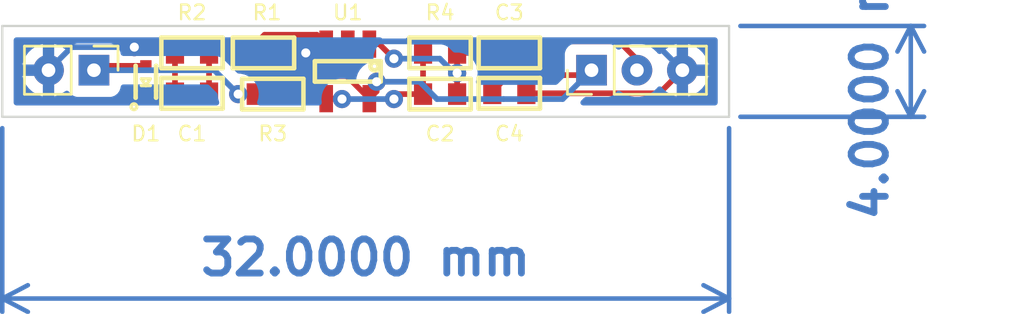
<source format=kicad_pcb>
(kicad_pcb (version 20221018) (generator pcbnew)
  (title_block (title "Piezo-pickup impedance converter") (date "2023-11-08") (company "Thiadmer Riemersma"))
  (layers (0 "F.Cu" signal) (31 "B.Cu" signal) (34 "B.Paste" user) (35 "F.Paste" user) (36 "B.SilkS" user "B.Silkscreen") (37 "F.SilkS" user "F.Silkscreen") (38 "B.Mask" user) (39 "F.Mask" user) (44 "Edge.Cuts" user))
  (net 0 "")
  (net 1 "GND")
  (net 2 "Net-(U1-+)")
  (net 3 "Net-(C2-Pad2)")
  (net 4 "Net-(U1--)")
  (net 5 "Net-(J2-Pin_2)")
  (net 6 "Net-(D1-A2)")
  (net 7 "+9V")
  (footprint "VisualPlace:0603" (layer "F.Cu") (at 115.824 91.186)
    (fp_text reference "C3" (at 0 -1.778) (layer "F.SilkS") (effects (font (size 0.65 0.65) (thickness 0.0975))))
    (fp_text value "1u" hide)
    (fp_line (start -1.35 -0.675) (end 1.35 -0.675) (stroke (width 0.2)) (layer "F.SilkS"))
    (fp_line (start -1.35 0.675) (end -1.35 -0.675) (stroke (width 0.2)) (layer "F.SilkS"))
    (fp_line (start 1.35 -0.675) (end 1.35 0.675) (stroke (width 0.2)) (layer "F.SilkS"))
    (fp_line (start 1.35 0.675) (end -1.35 0.675) (stroke (width 0.2)) (layer "F.SilkS"))
    (pad "1" smd rect (at -0.75 0) (size 0.8 0.95) (layers "F.Cu" "F.Paste" "F.Mask") (net 3 "Net-(C2-Pad2)"))
    (pad "2" smd rect (at 0.75 0) (size 0.8 0.95) (layers "F.Cu" "F.Paste" "F.Mask") (net 5 "Net-(J2-Pin_2)"))
  )
  (footprint "VisualPlace:0603" (layer "F.Cu") (at 112.776 91.186)
    (fp_text reference "R4" (at 0 -1.778) (layer "F.SilkS") (effects (font (size 0.65 0.65) (thickness 0.0975))))
    (fp_text value "820k" hide)
    (fp_line (start -1.35 -0.675) (end 1.35 -0.675) (stroke (width 0.2)) (layer "F.SilkS"))
    (fp_line (start -1.35 0.675) (end -1.35 -0.675) (stroke (width 0.2)) (layer "F.SilkS"))
    (fp_line (start 1.35 -0.675) (end 1.35 0.675) (stroke (width 0.2)) (layer "F.SilkS"))
    (fp_line (start 1.35 0.675) (end -1.35 0.675) (stroke (width 0.2)) (layer "F.SilkS"))
    (pad "1" smd rect (at -0.75 0) (size 0.8 0.95) (layers "F.Cu" "F.Paste" "F.Mask") (net 4 "Net-(U1--)"))
    (pad "2" smd rect (at 0.75 0) (size 0.8 0.95) (layers "F.Cu" "F.Paste" "F.Mask") (net 3 "Net-(C2-Pad2)"))
  )
  (footprint "VisualPlace:0603" (layer "F.Cu") (at 101.854 92.964 180)
    (fp_text reference "C1" (at 0 -1.778) (layer "F.SilkS") (effects (font (size 0.65 0.65) (thickness 0.0975))))
    (fp_text value "1u" hide)
    (fp_line (start -1.35 -0.675) (end 1.35 -0.675) (stroke (width 0.2)) (layer "F.SilkS"))
    (fp_line (start -1.35 0.675) (end -1.35 -0.675) (stroke (width 0.2)) (layer "F.SilkS"))
    (fp_line (start 1.35 -0.675) (end 1.35 0.675) (stroke (width 0.2)) (layer "F.SilkS"))
    (fp_line (start 1.35 0.675) (end -1.35 0.675) (stroke (width 0.2)) (layer "F.SilkS"))
    (pad "1" smd rect (at -0.75 0 180) (size 0.8 0.95) (layers "F.Cu" "F.Paste" "F.Mask") (net 2 "Net-(U1-+)"))
    (pad "2" smd rect (at 0.75 0 180) (size 0.8 0.95) (layers "F.Cu" "F.Paste" "F.Mask") (net 1 "GND"))
  )
  (footprint "Connector_PinHeader_2.00mm:PinHeader_1x02_P2.00mm_Vertical" (layer "F.Cu") (at 97.536 91.948 -90)
    (fp_text reference "J1" hide)
    (fp_text value "piezo" hide)
    (fp_line (start -1.06 -1.06) (end 0 -1.06) (stroke (width 0.12)) (layer "F.SilkS"))
    (fp_line (start -1.06 0) (end -1.06 -1.06) (stroke (width 0.12)) (layer "F.SilkS"))
    (fp_line (start -1.06 1) (end -1.06 3.06) (stroke (width 0.12)) (layer "F.SilkS"))
    (fp_line (start -1.06 1) (end 1.06 1) (stroke (width 0.12)) (layer "F.SilkS"))
    (fp_line (start -1.06 3.06) (end 1.06 3.06) (stroke (width 0.12)) (layer "F.SilkS"))
    (fp_line (start 1.06 1) (end 1.06 3.06) (stroke (width 0.12)) (layer "F.SilkS"))
    (pad "1" thru_hole rect (at 0 0 270) (size 1.35 1.35) (drill 0.6) (layers "*.Cu" "*.Mask") (net 6 "Net-(D1-A2)"))
    (pad "2" thru_hole oval (at 0 2 270) (size 1.35 1.35) (drill 0.6) (layers "*.Cu" "*.Mask") (net 1 "GND"))
  )
  (footprint "VisualPlace:SOT23-5" (layer "F.Cu") (at 108.712 92 -90)
    (fp_text reference "U1" (at -2.592 0 -180) (layer "F.SilkS") (effects (font (size 0.65 0.65) (thickness 0.0975))))
    (fp_text value "OPA1677" hide)
    (fp_line (start -0.45 -1.45) (end 0.45 -1.45) (stroke (width 0.2)) (layer "F.SilkS"))
    (fp_line (start -0.45 1.45) (end -0.45 -1.45) (stroke (width 0.2)) (layer "F.SilkS"))
    (fp_line (start 0.45 -1.45) (end 0.45 1.45) (stroke (width 0.2)) (layer "F.SilkS"))
    (fp_line (start 0.45 1.45) (end -0.45 1.45) (stroke (width 0.2)) (layer "F.SilkS"))
    (fp_circle (center -0.225 -1.175) (end -0.3 -1.15) (stroke (width 0.2)) (fill none) (layer "F.SilkS"))
    (pad "1" smd rect (at -1.2 -0.95 270) (size 1.2 0.6) (layers "F.Cu" "F.Paste" "F.Mask") (net 3 "Net-(C2-Pad2)"))
    (pad "2" smd rect (at -1.2 0 270) (size 1.2 0.6) (layers "F.Cu" "F.Paste" "F.Mask") (net 1 "GND"))
    (pad "3" smd rect (at -1.2 0.95 270) (size 1.2 0.6) (layers "F.Cu" "F.Paste" "F.Mask") (net 2 "Net-(U1-+)"))
    (pad "4" smd rect (at 1.2 0.95 270) (size 1.2 0.6) (layers "F.Cu" "F.Paste" "F.Mask") (net 4 "Net-(U1--)"))
    (pad "5" smd rect (at 1.2 -0.95 270) (size 1.2 0.6) (layers "F.Cu" "F.Paste" "F.Mask") (net 7 "+9V"))
  )
  (footprint "VisualPlace:0603" (layer "F.Cu") (at 105 91.186 180)
    (fp_text reference "R1" (at -0.156 1.778) (layer "F.SilkS") (effects (font (size 0.65 0.65) (thickness 0.0975))))
    (fp_text value "22k" hide)
    (fp_line (start -1.35 -0.675) (end 1.35 -0.675) (stroke (width 0.2)) (layer "F.SilkS"))
    (fp_line (start -1.35 0.675) (end -1.35 -0.675) (stroke (width 0.2)) (layer "F.SilkS"))
    (fp_line (start 1.35 -0.675) (end 1.35 0.675) (stroke (width 0.2)) (layer "F.SilkS"))
    (fp_line (start 1.35 0.675) (end -1.35 0.675) (stroke (width 0.2)) (layer "F.SilkS"))
    (pad "1" smd rect (at -0.75 0 180) (size 0.8 0.95) (layers "F.Cu" "F.Paste" "F.Mask") (net 7 "+9V"))
    (pad "2" smd rect (at 0.75 0 180) (size 0.8 0.95) (layers "F.Cu" "F.Paste" "F.Mask") (net 2 "Net-(U1-+)"))
  )
  (footprint "VisualPlace:0603" (layer "F.Cu") (at 105.41 93)
    (fp_text reference "R3" (at 0 1.742) (layer "F.SilkS") (effects (font (size 0.65 0.65) (thickness 0.0975))))
    (fp_text value "820k" hide)
    (fp_line (start -1.35 -0.675) (end 1.35 -0.675) (stroke (width 0.2)) (layer "F.SilkS"))
    (fp_line (start -1.35 0.675) (end -1.35 -0.675) (stroke (width 0.2)) (layer "F.SilkS"))
    (fp_line (start 1.35 -0.675) (end 1.35 0.675) (stroke (width 0.2)) (layer "F.SilkS"))
    (fp_line (start 1.35 0.675) (end -1.35 0.675) (stroke (width 0.2)) (layer "F.SilkS"))
    (pad "1" smd rect (at -0.75 0) (size 0.8 0.95) (layers "F.Cu" "F.Paste" "F.Mask") (net 6 "Net-(D1-A2)"))
    (pad "2" smd rect (at 0.75 0) (size 0.8 0.95) (layers "F.Cu" "F.Paste" "F.Mask") (net 4 "Net-(U1--)"))
  )
  (footprint "Connector_PinHeader_2.00mm:PinHeader_1x03_P2.00mm_Vertical" (layer "F.Cu") (at 119.444 91.948 90)
    (fp_text reference "J2" hide)
    (fp_text value "output" hide)
    (fp_line (start -1.06 -1.06) (end 0 -1.06) (stroke (width 0.12)) (layer "F.SilkS"))
    (fp_line (start -1.06 0) (end -1.06 -1.06) (stroke (width 0.12)) (layer "F.SilkS"))
    (fp_line (start -1.06 1) (end -1.06 5.06) (stroke (width 0.12)) (layer "F.SilkS"))
    (fp_line (start -1.06 1) (end 1.06 1) (stroke (width 0.12)) (layer "F.SilkS"))
    (fp_line (start -1.06 5.06) (end 1.06 5.06) (stroke (width 0.12)) (layer "F.SilkS"))
    (fp_line (start 1.06 1) (end 1.06 5.06) (stroke (width 0.12)) (layer "F.SilkS"))
    (pad "1" thru_hole rect (at 0 0 90) (size 1.35 1.35) (drill 0.6) (layers "*.Cu" "*.Mask") (net 7 "+9V"))
    (pad "2" thru_hole oval (at 0 2 90) (size 1.35 1.35) (drill 0.6) (layers "*.Cu" "*.Mask") (net 5 "Net-(J2-Pin_2)"))
    (pad "3" thru_hole oval (at 0 4 90) (size 1.35 1.35) (drill 0.6) (layers "*.Cu" "*.Mask") (net 1 "GND"))
  )
  (footprint "VisualPlace:SOD523" (layer "F.Cu") (at 99.822 92.456 90)
    (fp_text reference "D1" (at -2.286 0 180) (layer "F.SilkS") (effects (font (size 0.65 0.65) (thickness 0.0975))))
    (fp_text value "TVS 6V" hide)
    (fp_line (start -0.7 -0.45) (end -0.7 -0.45) (stroke (width 0.2)) (layer "F.SilkS"))
    (fp_line (start -0.7 -0.45) (end 0.7 -0.45) (stroke (width 0.2)) (layer "F.SilkS"))
    (fp_line (start -0.7 0.45) (end -0.7 0.45) (stroke (width 0.2)) (layer "F.SilkS"))
    (fp_line (start -0.7 0.45) (end 0.7 0.45) (stroke (width 0.2)) (layer "F.SilkS"))
    (fp_line (start -0.4 -0.45) (end -0.4 -0.45) (stroke (width 0.2)) (layer "F.SilkS"))
    (fp_line (start -0.4 0.45) (end -0.4 0.45) (stroke (width 0.2)) (layer "F.SilkS"))
    (fp_line (start -0.1732 -0.2) (end -0.1732 0.2) (stroke (width 0.14)) (layer "F.SilkS"))
    (fp_line (start -0.1732 0) (end 0.1299 -0.2) (stroke (width 0.14)) (layer "F.SilkS"))
    (fp_line (start 0.1299 -0.2) (end 0.1299 0.2) (stroke (width 0.14)) (layer "F.SilkS"))
    (fp_line (start 0.1299 0.2) (end -0.1732 0) (stroke (width 0.14)) (layer "F.SilkS"))
    (fp_line (start 0.7 -0.45) (end 0.7 -0.45) (stroke (width 0.2)) (layer "F.SilkS"))
    (fp_line (start 0.7 0.45) (end 0.7 0.45) (stroke (width 0.2)) (layer "F.SilkS"))
    (fp_circle (center -1.1 -0.525) (end -0.975 -0.525) (stroke (width 0.15)) (fill none) (layer "F.SilkS"))
    (pad "1" smd rect (at -0.7 0 90) (size 0.5 0.5) (layers "F.Cu" "F.Paste" "F.Mask") (net 1 "GND"))
    (pad "2" smd rect (at 0.7 0 90) (size 0.5 0.5) (layers "F.Cu" "F.Paste" "F.Mask") (net 6 "Net-(D1-A2)"))
  )
  (footprint "VisualPlace:0603" (layer "F.Cu") (at 101.854 91.186 180)
    (fp_text reference "R2" (at 0 1.778) (layer "F.SilkS") (effects (font (size 0.65 0.65) (thickness 0.0975))))
    (fp_text value "22k" hide)
    (fp_line (start -1.35 -0.675) (end 1.35 -0.675) (stroke (width 0.2)) (layer "F.SilkS"))
    (fp_line (start -1.35 0.675) (end -1.35 -0.675) (stroke (width 0.2)) (layer "F.SilkS"))
    (fp_line (start 1.35 -0.675) (end 1.35 0.675) (stroke (width 0.2)) (layer "F.SilkS"))
    (fp_line (start 1.35 0.675) (end -1.35 0.675) (stroke (width 0.2)) (layer "F.SilkS"))
    (pad "1" smd rect (at -0.75 0 180) (size 0.8 0.95) (layers "F.Cu" "F.Paste" "F.Mask") (net 2 "Net-(U1-+)"))
    (pad "2" smd rect (at 0.75 0 180) (size 0.8 0.95) (layers "F.Cu" "F.Paste" "F.Mask") (net 1 "GND"))
  )
  (footprint "VisualPlace:0603" (layer "F.Cu") (at 115.824 92.964)
    (fp_text reference "C4" (at 0 1.778) (layer "F.SilkS") (effects (font (size 0.65 0.65) (thickness 0.0975))))
    (fp_text value "1u" hide)
    (fp_line (start -1.35 -0.675) (end 1.35 -0.675) (stroke (width 0.2)) (layer "F.SilkS"))
    (fp_line (start -1.35 0.675) (end -1.35 -0.675) (stroke (width 0.2)) (layer "F.SilkS"))
    (fp_line (start 1.35 -0.675) (end 1.35 0.675) (stroke (width 0.2)) (layer "F.SilkS"))
    (fp_line (start 1.35 0.675) (end -1.35 0.675) (stroke (width 0.2)) (layer "F.SilkS"))
    (pad "1" smd rect (at -0.75 0) (size 0.8 0.95) (layers "F.Cu" "F.Paste" "F.Mask") (net 7 "+9V"))
    (pad "2" smd rect (at 0.75 0) (size 0.8 0.95) (layers "F.Cu" "F.Paste" "F.Mask") (net 1 "GND"))
  )
  (footprint "VisualPlace:0603" (layer "F.Cu") (at 112.776 93)
    (fp_text reference "C2" (at 0 1.742) (layer "F.SilkS") (effects (font (size 0.65 0.65) (thickness 0.0975))))
    (fp_text value "10p" hide)
    (fp_line (start -1.35 -0.675) (end 1.35 -0.675) (stroke (width 0.2)) (layer "F.SilkS"))
    (fp_line (start -1.35 0.675) (end -1.35 -0.675) (stroke (width 0.2)) (layer "F.SilkS"))
    (fp_line (start 1.35 -0.675) (end 1.35 0.675) (stroke (width 0.2)) (layer "F.SilkS"))
    (fp_line (start 1.35 0.675) (end -1.35 0.675) (stroke (width 0.2)) (layer "F.SilkS"))
    (pad "1" smd rect (at -0.75 0) (size 0.8 0.95) (layers "F.Cu" "F.Paste" "F.Mask") (net 4 "Net-(U1--)"))
    (pad "2" smd rect (at 0.75 0) (size 0.8 0.95) (layers "F.Cu" "F.Paste" "F.Mask") (net 3 "Net-(C2-Pad2)"))
  )
  (gr_line (start 93.5 90) (end 125.5 90) (stroke (width 0.1)) (layer "Edge.Cuts"))
  (gr_line (start 93.5 94) (end 93.5 90) (stroke (width 0.1)) (layer "Edge.Cuts"))
  (gr_line (start 125.5 94) (end 93.5 94) (stroke (width 0.1)) (layer "Edge.Cuts"))
  (gr_line (start 125.5 90) (end 125.5 94) (stroke (width 0.1)) (layer "Edge.Cuts"))
  (dimension (type aligned) (layer "B.Cu") (pts (xy 93.5 94) (xy 125.5 94)) (height 8) (gr_text "32.0000 mm" (at 109.5 100.2) (layer "B.Cu") (effects (font (size 1.5 1.5) (thickness 0.3)))) (format (prefix "") (suffix "") (units 3) (units_format 1) (precision 4)) (style (thickness 0.2) (arrow_length 1.27) (text_position_mode 0) (extension_height 0.58642) (extension_offset 0.5) keep_text_aligned))
  (dimension (type aligned) (layer "B.Cu") (pts (xy 125.5 90) (xy 125.5 94)) (height -8) (gr_text "4.0000 mm" (at 131.7 92 90) (layer "B.Cu") (effects (font (size 1.5 1.5) (thickness 0.3)))) (format (prefix "") (suffix "") (units 3) (units_format 1) (precision 4)) (style (thickness 0.2) (arrow_length 1.27) (text_position_mode 0) (extension_height 0.58642) (extension_offset 0.5) keep_text_aligned))
  (segment (start 100.912 93.156) (end 101.104 92.964) (width 0.25) (layer "F.Cu") (net 1))
  (segment (start 107.188 91.725) (end 106.862498 91.399498) (width 0.25) (layer "F.Cu") (net 1))
  (segment (start 101.104 91.186) (end 100.85 90.932) (width 0.25) (layer "F.Cu") (net 1))
  (segment (start 106.862498 91.399498) (end 106.862498 91.186) (width 0.25) (layer "F.Cu") (net 1))
  (segment (start 99.822 93.156) (end 100.912 93.156) (width 0.25) (layer "F.Cu") (net 1))
  (segment (start 101.104 91.186) (end 101.104 92.964) (width 0.25) (layer "F.Cu") (net 1))
  (segment (start 122.428 92.964) (end 123.444 91.948) (width 0.25) (layer "F.Cu") (net 1))
  (segment (start 108.427 91.725) (end 107.188 91.725) (width 0.25) (layer "F.Cu") (net 1))
  (segment (start 108.712 91.44) (end 108.458 91.694) (width 0.25) (layer "F.Cu") (net 1))
  (segment (start 116.574 92.964) (end 122.428 92.964) (width 0.25) (layer "F.Cu") (net 1))
  (segment (start 108.458 91.694) (end 108.427 91.725) (width 0.25) (layer "F.Cu") (net 1))
  (segment (start 108.712 90.8) (end 108.712 91.44) (width 0.25) (layer "F.Cu") (net 1))
  (segment (start 100.85 90.932) (end 99.314 90.932) (width 0.25) (layer "F.Cu") (net 1))
  (via (at 99.314 90.932) (size 0.8) (drill 0.4) (layers "F.Cu" "B.Cu") (net 1))
  (via (at 106.862498 91.186) (size 0.8) (drill 0.4) (layers "F.Cu" "B.Cu") (net 1))
  (segment (start 107.370498 90.678) (end 106.862498 91.186) (width 0.25) (layer "B.Cu") (net 1))
  (segment (start 106.862498 91.186) (end 99.568 91.186) (width 0.25) (layer "B.Cu") (net 1))
  (segment (start 99.568 91.186) (end 99.314 90.932) (width 0.25) (layer "B.Cu") (net 1))
  (segment (start 123.444 91.948) (end 122.174 90.678) (width 0.25) (layer "B.Cu") (net 1))
  (segment (start 122.174 90.678) (end 107.370498 90.678) (width 0.25) (layer "B.Cu") (net 1))
  (segment (start 95.536 91.948) (end 96.552 90.932) (width 0.25) (layer "B.Cu") (net 1))
  (segment (start 96.552 90.932) (end 99.314 90.932) (width 0.25) (layer "B.Cu") (net 1))
  (segment (start 102.604 91.186) (end 102.604 92.964) (width 0.25) (layer "F.Cu") (net 2))
  (segment (start 107.762 90.8) (end 107.348 90.386) (width 0.25) (layer "F.Cu") (net 2))
  (segment (start 105.05 90.386) (end 104.25 91.186) (width 0.25) (layer "F.Cu") (net 2))
  (segment (start 107.348 90.386) (end 105.05 90.386) (width 0.25) (layer "F.Cu") (net 2))
  (segment (start 104.25 91.186) (end 102.604 91.186) (width 0.25) (layer "F.Cu") (net 2))
  (segment (start 110.104 90.8) (end 110.744 91.44) (width 0.25) (layer "F.Cu") (net 3))
  (segment (start 113.526 91.186) (end 115.074 91.186) (width 0.25) (layer "F.Cu") (net 3))
  (segment (start 109.662 90.8) (end 110.104 90.8) (width 0.25) (layer "F.Cu") (net 3))
  (segment (start 113.526 91.186) (end 113.526 93) (width 0.25) (layer "F.Cu") (net 3))
  (via (at 110.744 91.44) (size 0.8) (drill 0.4) (layers "F.Cu" "B.Cu") (net 3))
  (via (at 113.526 92.075) (size 0.8) (drill 0.4) (layers "F.Cu" "B.Cu") (net 3))
  (segment (start 112.763992 91.44) (end 113.526 92.202008) (width 0.25) (layer "B.Cu") (net 3))
  (segment (start 110.744 91.44) (end 112.763992 91.44) (width 0.25) (layer "B.Cu") (net 3))
  (segment (start 107.762 93.2) (end 108.44 93.2) (width 0.25) (layer "F.Cu") (net 4))
  (segment (start 106.36 93.2) (end 106.16 93) (width 0.25) (layer "F.Cu") (net 4))
  (segment (start 112.026 93) (end 110.962 93) (width 0.25) (layer "F.Cu") (net 4))
  (segment (start 112.026 91.186) (end 112.026 93) (width 0.25) (layer "F.Cu") (net 4))
  (segment (start 107.762 93.2) (end 106.36 93.2) (width 0.25) (layer "F.Cu") (net 4))
  (segment (start 108.44 93.2) (end 108.458 93.218) (width 0.25) (layer "F.Cu") (net 4))
  (segment (start 110.962 93) (end 110.744 93.218) (width 0.25) (layer "F.Cu") (net 4))
  (via (at 108.458 93.218) (size 0.8) (drill 0.4) (layers "F.Cu" "B.Cu") (net 4))
  (via (at 110.744 93.218) (size 0.8) (drill 0.4) (layers "F.Cu" "B.Cu") (net 4))
  (segment (start 108.458 93.218) (end 110.744 93.218) (width 0.25) (layer "B.Cu") (net 4))
  (segment (start 117.082 90.678) (end 116.574 91.186) (width 0.25) (layer "F.Cu") (net 5))
  (segment (start 121.444 91.948) (end 121.444 91.472) (width 0.25) (layer "F.Cu") (net 5))
  (segment (start 121.444 91.472) (end 120.65 90.678) (width 0.25) (layer "F.Cu") (net 5))
  (segment (start 120.65 90.678) (end 117.082 90.678) (width 0.25) (layer "F.Cu") (net 5))
  (segment (start 97.728 91.756) (end 97.536 91.948) (width 0.25) (layer "F.Cu") (net 6))
  (segment (start 104.66 93) (end 103.886 93) (width 0.25) (layer "F.Cu") (net 6))
  (segment (start 99.822 91.756) (end 97.728 91.756) (width 0.25) (layer "F.Cu") (net 6))
  (via (at 103.886 93) (size 0.8) (drill 0.4) (layers "F.Cu" "B.Cu") (net 6))
  (segment (start 97.536 91.948) (end 102.834 91.948) (width 0.25) (layer "B.Cu") (net 6))
  (segment (start 102.834 91.948) (end 103.886 93) (width 0.25) (layer "B.Cu") (net 6))
  (segment (start 109.662 93.2) (end 109.982 92.88) (width 0.25) (layer "F.Cu") (net 7))
  (segment (start 109.982 92.88) (end 109.982 92.456) (width 0.25) (layer "F.Cu") (net 7))
  (segment (start 108.664 92.202) (end 106.766 92.202) (width 0.25) (layer "F.Cu") (net 7))
  (segment (start 119.228 92.164) (end 119.444 91.948) (width 0.25) (layer "F.Cu") (net 7))
  (segment (start 109.662 93.2) (end 108.664 92.202) (width 0.25) (layer "F.Cu") (net 7))
  (segment (start 106.766 92.202) (end 105.75 91.186) (width 0.25) (layer "F.Cu") (net 7))
  (segment (start 115.799 92.164) (end 119.228 92.164) (width 0.25) (layer "F.Cu") (net 7))
  (segment (start 115.074 92.964) (end 115.074 92.889) (width 0.25) (layer "F.Cu") (net 7))
  (segment (start 115.074 92.889) (end 115.799 92.164) (width 0.25) (layer "F.Cu") (net 7))
  (via (at 109.982 92.456) (size 0.8) (drill 0.4) (layers "F.Cu" "B.Cu") (net 7))
  (segment (start 119.444 91.948) (end 118.174 93.218) (width 0.25) (layer "B.Cu") (net 7))
  (segment (start 118.174 93.218) (end 115.57 93.218) (width 0.25) (layer "B.Cu") (net 7))
  (segment (start 115.57 93.218) (end 112.639234 93.218) (width 0.25) (layer "B.Cu") (net 7))
  (segment (start 111.877234 92.456) (end 109.982 92.456) (width 0.25) (layer "B.Cu") (net 7))
  (segment (start 112.639234 93.218) (end 111.877234 92.456) (width 0.25) (layer "B.Cu") (net 7))
  (zone (net 1) (net_name "GND") (layer "B.Cu") (connect_pads (clearance 0.5)) (min_thickness 0.25) (fill yes (thermal_gap 0.5) (thermal_bridge_width 0.5))
    (polygon (pts (xy 94 90.5) (xy 94 93.5) (xy 125 93.5) (xy 125 90.5)))
  )
)
</source>
